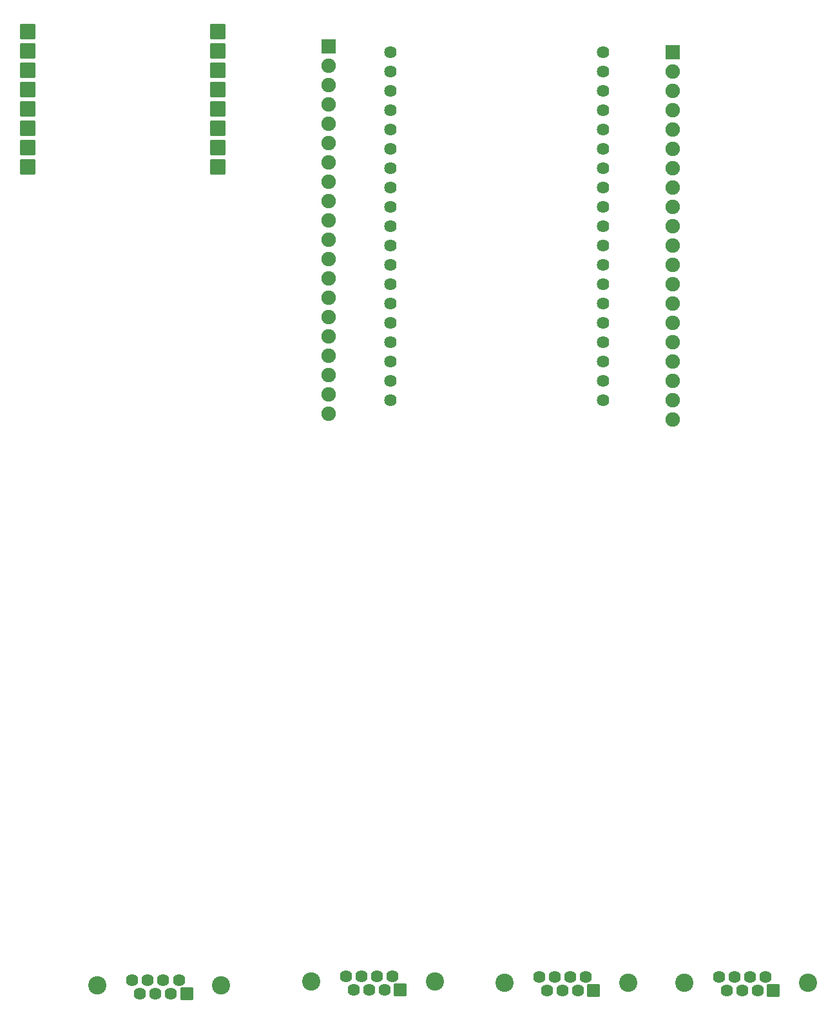
<source format=gts>
G04 Layer: TopSolderMaskLayer*
G04 EasyEDA v6.5.51, 2025-11-17 10:52:57*
G04 3e288904024a45bc9db40e04d1f5bb92,1baaa656111f43739499d1d4c9c00a24,10*
G04 Gerber Generator version 0.2*
G04 Scale: 100 percent, Rotated: No, Reflected: No *
G04 Dimensions in inches *
G04 leading zeros omitted , absolute positions ,3 integer and 6 decimal *
%FSLAX36Y36*%
%MOIN*%

%AMMACRO1*4,1,8,-0.0363,-0.0374,-0.0374,-0.0362,-0.0374,0.0363,-0.0363,0.0374,0.0362,0.0374,0.0374,0.0363,0.0374,-0.0362,0.0362,-0.0374,-0.0363,-0.0374,0*%
%AMMACRO2*4,1,8,-0.0308,-0.032,-0.032,-0.0308,-0.032,0.0308,-0.0308,0.032,0.0308,0.032,0.032,0.0308,0.032,-0.0308,0.0308,-0.032,-0.0308,-0.032,0*%
%AMMACRO3*4,1,8,-0.0367,-0.039,-0.039,-0.0366,-0.039,0.0367,-0.0367,0.039,0.0366,0.039,0.039,0.0367,0.039,-0.0366,0.0366,-0.039,-0.0367,-0.039,0*%
%ADD10MACRO1*%
%ADD11C,0.0749*%
%ADD12C,0.0945*%
%ADD13C,0.0639*%
%ADD14MACRO2*%
%ADD15C,0.0640*%
%ADD16MACRO3*%
%ADD17C,0.0184*%

%LPD*%
D10*
G01*
X2255000Y1970000D03*
D11*
G01*
X2255000Y1870000D03*
G01*
X2255000Y1770000D03*
G01*
X2255000Y1670000D03*
G01*
X2255000Y1570000D03*
G01*
X2255000Y1470000D03*
G01*
X2255000Y1370000D03*
G01*
X2255000Y1270000D03*
G01*
X2255000Y1170000D03*
G01*
X2255000Y1070000D03*
G01*
X2255000Y970000D03*
G01*
X2255000Y870000D03*
G01*
X2255000Y770000D03*
G01*
X2255000Y670000D03*
G01*
X2255000Y570000D03*
G01*
X2255000Y470000D03*
G01*
X2255000Y370000D03*
G01*
X2255000Y270000D03*
G01*
X2255000Y170000D03*
G01*
X2255000Y70000D03*
D10*
G01*
X4035000Y1940000D03*
D11*
G01*
X4035000Y1840000D03*
G01*
X4035000Y1740000D03*
G01*
X4035000Y1640000D03*
G01*
X4035000Y1540000D03*
G01*
X4035000Y1440000D03*
G01*
X4035000Y1340000D03*
G01*
X4035000Y1240000D03*
G01*
X4035000Y1140000D03*
G01*
X4035000Y1040000D03*
G01*
X4035000Y940000D03*
G01*
X4035000Y840000D03*
G01*
X4035000Y740000D03*
G01*
X4035000Y640000D03*
G01*
X4035000Y540000D03*
G01*
X4035000Y440000D03*
G01*
X4035000Y340000D03*
G01*
X4035000Y240000D03*
G01*
X4035000Y140000D03*
G01*
X4035000Y40000D03*
D12*
G01*
X1700079Y-2889879D03*
G01*
X1059920Y-2889879D03*
D13*
G01*
X1239449Y-2859960D03*
G01*
X1279610Y-2930039D03*
G01*
X1319759Y-2859960D03*
G01*
X1359920Y-2930039D03*
G01*
X1400079Y-2859960D03*
G01*
X1440240Y-2930039D03*
G01*
X1480389Y-2859960D03*
D14*
G01*
X1520550Y-2930039D03*
D12*
G01*
X2805079Y-2869879D03*
G01*
X2164920Y-2869879D03*
D13*
G01*
X2344449Y-2839960D03*
G01*
X2384610Y-2910039D03*
G01*
X2424759Y-2839960D03*
G01*
X2464920Y-2910039D03*
G01*
X2505079Y-2839960D03*
G01*
X2545240Y-2910039D03*
G01*
X2585389Y-2839960D03*
D14*
G01*
X2625550Y-2910039D03*
D12*
G01*
X3805079Y-2874879D03*
G01*
X3164920Y-2874879D03*
D13*
G01*
X3344449Y-2844960D03*
G01*
X3384610Y-2915039D03*
G01*
X3424759Y-2844960D03*
G01*
X3464920Y-2915039D03*
G01*
X3505079Y-2844960D03*
G01*
X3545240Y-2915039D03*
G01*
X3585389Y-2844960D03*
D14*
G01*
X3625550Y-2915039D03*
D12*
G01*
X4735079Y-2874879D03*
G01*
X4094920Y-2874879D03*
D13*
G01*
X4274449Y-2844960D03*
G01*
X4314610Y-2915039D03*
G01*
X4354759Y-2844960D03*
G01*
X4394920Y-2915039D03*
G01*
X4435079Y-2844960D03*
G01*
X4475240Y-2915039D03*
G01*
X4515389Y-2844960D03*
D14*
G01*
X4555550Y-2915039D03*
D15*
G01*
X2575000Y1940000D03*
G01*
X2575000Y1840000D03*
G01*
X2575000Y1740000D03*
G01*
X2575000Y1640000D03*
G01*
X2575000Y1540000D03*
G01*
X2575000Y1440000D03*
G01*
X2575000Y1340000D03*
G01*
X2575000Y1240000D03*
G01*
X2575000Y1140000D03*
G01*
X2575000Y1040000D03*
G01*
X2575000Y940000D03*
G01*
X2575000Y840000D03*
G01*
X2575000Y740000D03*
G01*
X2575000Y640000D03*
G01*
X2575000Y540000D03*
G01*
X2575000Y440000D03*
G01*
X2575000Y340000D03*
G01*
X2575000Y240000D03*
G01*
X2575000Y140000D03*
G01*
X3675000Y140000D03*
G01*
X3675000Y240000D03*
G01*
X3675000Y340000D03*
G01*
X3675000Y440000D03*
G01*
X3675000Y540000D03*
G01*
X3675000Y640000D03*
G01*
X3675000Y740000D03*
G01*
X3675000Y840000D03*
G01*
X3675000Y940000D03*
G01*
X3675000Y1040000D03*
G01*
X3675000Y1140000D03*
G01*
X3675000Y1240000D03*
G01*
X3675000Y1340000D03*
G01*
X3675000Y1440000D03*
G01*
X3675000Y1540000D03*
G01*
X3675000Y1640000D03*
G01*
X3675000Y1740000D03*
G01*
X3675000Y1840000D03*
G01*
X3675000Y1940000D03*
D16*
G01*
X697500Y2045000D03*
G01*
X697500Y1945000D03*
G01*
X697500Y1845000D03*
G01*
X697500Y1745000D03*
G01*
X697500Y1645000D03*
G01*
X697500Y1545000D03*
G01*
X697500Y1445000D03*
G01*
X697500Y1345000D03*
G01*
X1682500Y2045000D03*
G01*
X1682500Y1945000D03*
G01*
X1682500Y1845000D03*
G01*
X1682500Y1745000D03*
G01*
X1682500Y1645000D03*
G01*
X1682500Y1545000D03*
G01*
X1682500Y1445000D03*
G01*
X1682500Y1345000D03*
M02*

</source>
